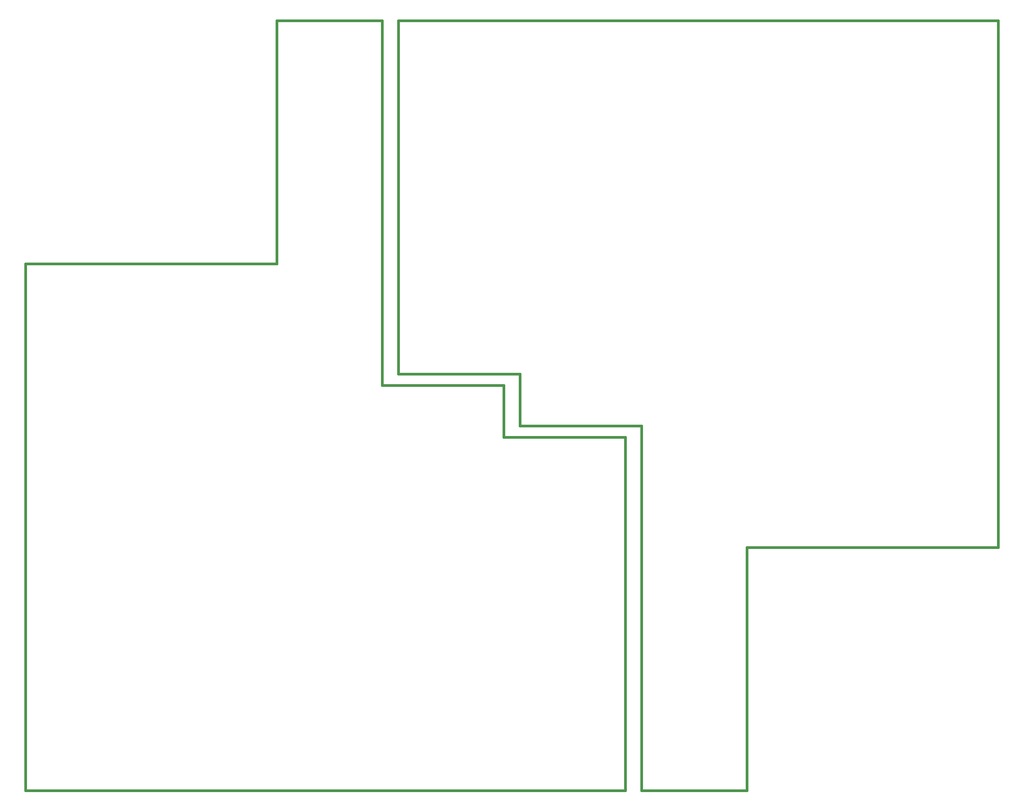
<source format=gbr>
G04 (created by PCBNEW-RS274X (2011-12-28 BZR 3254)-stable) date 7/11/2012 5:38:12 PM*
G01*
G70*
G90*
%MOIN*%
G04 Gerber Fmt 3.4, Leading zero omitted, Abs format*
%FSLAX34Y34*%
G04 APERTURE LIST*
%ADD10C,0.006000*%
%ADD11C,0.015000*%
G04 APERTURE END LIST*
G54D10*
G54D11*
X53000Y-37500D02*
X53000Y-60000D01*
X45500Y-37500D02*
X53000Y-37500D01*
X75000Y-12500D02*
X38000Y-12500D01*
X75000Y-12500D02*
X75000Y-45000D01*
X59500Y-60000D02*
X53000Y-60000D01*
X59500Y-45000D02*
X59500Y-60000D01*
X75000Y-45000D02*
X59500Y-45000D01*
X38000Y-34300D02*
X38000Y-12500D01*
X45500Y-34300D02*
X38000Y-34300D01*
X45500Y-37500D02*
X45500Y-34300D01*
X15000Y-60000D02*
X15000Y-27500D01*
X52000Y-60000D02*
X15000Y-60000D01*
X52000Y-38200D02*
X52000Y-60000D01*
X44500Y-38200D02*
X52000Y-38200D01*
X44500Y-35000D02*
X44500Y-38200D01*
X37000Y-35000D02*
X44500Y-35000D01*
X37000Y-12500D02*
X37000Y-35000D01*
X30500Y-12500D02*
X37000Y-12500D01*
X30500Y-27500D02*
X30500Y-12500D01*
X15000Y-27500D02*
X30500Y-27500D01*
M02*

</source>
